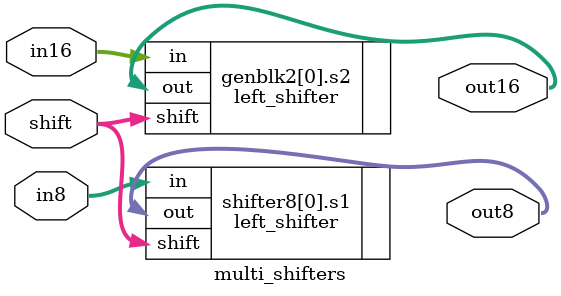
<source format=v>

module multi_shifters(

    input [7:0]in8,
    input [15:0]in16,
    input [3:0]shift,
    output [7:0]out8,
    output [15:0]out16

);

genvar i;

generate
    for ( i=0 ; i<1 ; i=i+1 ) begin:shifter8
        
        left_shifter #(8) s1(

        .in(in8),
        .shift(shift),
        .out(out8)

        );

    end
endgenerate

generate
    for ( i=0 ; i<1 ; i=i+1 ) begin
        
        left_shifter #(16) s2(

        .in(in16),
        .shift(shift),
        .out(out16)

        );
    end
endgenerate

endmodule
</source>
